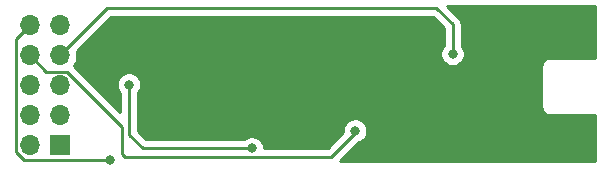
<source format=gbl>
%TF.GenerationSoftware,KiCad,Pcbnew,(5.1.6-0-10_14)*%
%TF.CreationDate,2020-10-24T23:40:29+09:00*%
%TF.ProjectId,teabiscuits_dac_mcp48,74656162-6973-4637-9569-74735f646163,rev?*%
%TF.SameCoordinates,Original*%
%TF.FileFunction,Copper,L2,Bot*%
%TF.FilePolarity,Positive*%
%FSLAX46Y46*%
G04 Gerber Fmt 4.6, Leading zero omitted, Abs format (unit mm)*
G04 Created by KiCad (PCBNEW (5.1.6-0-10_14)) date 2020-10-24 23:40:29*
%MOMM*%
%LPD*%
G01*
G04 APERTURE LIST*
%TA.AperFunction,ComponentPad*%
%ADD10O,1.700000X1.700000*%
%TD*%
%TA.AperFunction,ComponentPad*%
%ADD11R,1.700000X1.700000*%
%TD*%
%TA.AperFunction,ViaPad*%
%ADD12C,0.800000*%
%TD*%
%TA.AperFunction,Conductor*%
%ADD13C,0.250000*%
%TD*%
%TA.AperFunction,Conductor*%
%ADD14C,0.254000*%
%TD*%
G04 APERTURE END LIST*
D10*
%TO.P,J2,10*%
%TO.N,LDAC*%
X131210000Y-106590000D03*
%TO.P,J2,9*%
%TO.N,REF*%
X133750000Y-106590000D03*
%TO.P,J2,8*%
%TO.N,-5V*%
X131210000Y-109130000D03*
%TO.P,J2,7*%
%TO.N,+5V*%
X133750000Y-109130000D03*
%TO.P,J2,6*%
%TO.N,+3V3*%
X131210000Y-111670000D03*
%TO.P,J2,5*%
%TO.N,GND*%
X133750000Y-111670000D03*
%TO.P,J2,4*%
%TO.N,CS*%
X131210000Y-114210000D03*
%TO.P,J2,3*%
%TO.N,Net-(J2-Pad3)*%
X133750000Y-114210000D03*
%TO.P,J2,2*%
%TO.N,SDI*%
X131210000Y-116750000D03*
D11*
%TO.P,J2,1*%
%TO.N,SCK*%
X133750000Y-116750000D03*
%TD*%
D12*
%TO.N,GND*%
X147500000Y-106500000D03*
X137000000Y-109500000D03*
%TO.N,+3V3*%
X150000000Y-117000000D03*
X139595000Y-111595000D03*
%TO.N,+5V*%
X167000000Y-109000000D03*
%TO.N,-5V*%
X158750000Y-115500000D03*
%TO.N,LDAC*%
X138000000Y-118000000D03*
%TD*%
D13*
%TO.N,+3V3*%
X150000000Y-117000000D02*
X140750000Y-117000000D01*
X139595000Y-115845000D02*
X139595000Y-111595000D01*
X140750000Y-117000000D02*
X139595000Y-115845000D01*
%TO.N,+5V*%
X133750000Y-109130000D02*
X137750000Y-105130000D01*
X137750000Y-105130000D02*
X165630000Y-105130000D01*
X167000000Y-106500000D02*
X167000000Y-109000000D01*
X165630000Y-105130000D02*
X167000000Y-106500000D01*
%TO.N,-5V*%
X134314001Y-110494999D02*
X139000000Y-115180998D01*
X132574999Y-110494999D02*
X134314001Y-110494999D01*
X131210000Y-109130000D02*
X132574999Y-110494999D01*
X139000000Y-115180998D02*
X139000000Y-115886410D01*
X139000000Y-115886410D02*
X139000000Y-117500000D01*
X139225001Y-117725001D02*
X156725001Y-117725001D01*
X139000000Y-117500000D02*
X139225001Y-117725001D01*
X158750000Y-115700002D02*
X158750000Y-115500000D01*
X156725001Y-117725001D02*
X158750000Y-115700002D01*
%TO.N,LDAC*%
X130034999Y-117314001D02*
X130034999Y-107765001D01*
X130034999Y-107765001D02*
X131210000Y-106590000D01*
X130720998Y-118000000D02*
X130034999Y-117314001D01*
X138000000Y-118000000D02*
X130720998Y-118000000D01*
%TD*%
D14*
%TO.N,GND*%
G36*
X179090001Y-109315000D02*
G01*
X175233647Y-109315000D01*
X175200000Y-109311686D01*
X175166353Y-109315000D01*
X175065717Y-109324912D01*
X174936594Y-109364081D01*
X174817593Y-109427688D01*
X174713289Y-109513289D01*
X174627688Y-109617593D01*
X174564081Y-109736594D01*
X174524912Y-109865717D01*
X174511686Y-110000000D01*
X174515000Y-110033647D01*
X174515001Y-113466343D01*
X174511686Y-113500000D01*
X174524912Y-113634283D01*
X174564081Y-113763406D01*
X174627688Y-113882407D01*
X174713289Y-113986711D01*
X174817593Y-114072312D01*
X174936594Y-114135919D01*
X175065717Y-114175088D01*
X175166353Y-114185000D01*
X175200000Y-114188314D01*
X175233647Y-114185000D01*
X179090001Y-114185000D01*
X179090000Y-118090000D01*
X157434803Y-118090000D01*
X159024036Y-116500768D01*
X159051898Y-116495226D01*
X159240256Y-116417205D01*
X159409774Y-116303937D01*
X159553937Y-116159774D01*
X159667205Y-115990256D01*
X159745226Y-115801898D01*
X159785000Y-115601939D01*
X159785000Y-115398061D01*
X159745226Y-115198102D01*
X159667205Y-115009744D01*
X159553937Y-114840226D01*
X159409774Y-114696063D01*
X159240256Y-114582795D01*
X159051898Y-114504774D01*
X158851939Y-114465000D01*
X158648061Y-114465000D01*
X158448102Y-114504774D01*
X158259744Y-114582795D01*
X158090226Y-114696063D01*
X157946063Y-114840226D01*
X157832795Y-115009744D01*
X157754774Y-115198102D01*
X157715000Y-115398061D01*
X157715000Y-115601939D01*
X157724666Y-115650534D01*
X156410200Y-116965001D01*
X151035000Y-116965001D01*
X151035000Y-116898061D01*
X150995226Y-116698102D01*
X150917205Y-116509744D01*
X150803937Y-116340226D01*
X150659774Y-116196063D01*
X150490256Y-116082795D01*
X150301898Y-116004774D01*
X150101939Y-115965000D01*
X149898061Y-115965000D01*
X149698102Y-116004774D01*
X149509744Y-116082795D01*
X149340226Y-116196063D01*
X149296289Y-116240000D01*
X141064802Y-116240000D01*
X140355000Y-115530199D01*
X140355000Y-112298711D01*
X140398937Y-112254774D01*
X140512205Y-112085256D01*
X140590226Y-111896898D01*
X140630000Y-111696939D01*
X140630000Y-111493061D01*
X140590226Y-111293102D01*
X140512205Y-111104744D01*
X140398937Y-110935226D01*
X140254774Y-110791063D01*
X140085256Y-110677795D01*
X139896898Y-110599774D01*
X139696939Y-110560000D01*
X139493061Y-110560000D01*
X139293102Y-110599774D01*
X139104744Y-110677795D01*
X138935226Y-110791063D01*
X138791063Y-110935226D01*
X138677795Y-111104744D01*
X138599774Y-111293102D01*
X138560000Y-111493061D01*
X138560000Y-111696939D01*
X138599774Y-111896898D01*
X138677795Y-112085256D01*
X138791063Y-112254774D01*
X138835001Y-112298712D01*
X138835000Y-113941197D01*
X134930295Y-110036492D01*
X135065990Y-109833411D01*
X135177932Y-109563158D01*
X135235000Y-109276260D01*
X135235000Y-108983740D01*
X135191209Y-108763592D01*
X138064802Y-105890000D01*
X165315199Y-105890000D01*
X166240000Y-106814802D01*
X166240001Y-108296288D01*
X166196063Y-108340226D01*
X166082795Y-108509744D01*
X166004774Y-108698102D01*
X165965000Y-108898061D01*
X165965000Y-109101939D01*
X166004774Y-109301898D01*
X166082795Y-109490256D01*
X166196063Y-109659774D01*
X166340226Y-109803937D01*
X166509744Y-109917205D01*
X166698102Y-109995226D01*
X166898061Y-110035000D01*
X167101939Y-110035000D01*
X167301898Y-109995226D01*
X167490256Y-109917205D01*
X167659774Y-109803937D01*
X167803937Y-109659774D01*
X167917205Y-109490256D01*
X167995226Y-109301898D01*
X168035000Y-109101939D01*
X168035000Y-108898061D01*
X167995226Y-108698102D01*
X167917205Y-108509744D01*
X167803937Y-108340226D01*
X167760000Y-108296289D01*
X167760000Y-106537333D01*
X167763677Y-106500000D01*
X167749003Y-106351014D01*
X167705546Y-106207753D01*
X167634974Y-106075724D01*
X167563799Y-105988997D01*
X167540001Y-105959999D01*
X167511004Y-105936202D01*
X166484801Y-104910000D01*
X179090000Y-104910000D01*
X179090001Y-109315000D01*
G37*
X179090001Y-109315000D02*
X175233647Y-109315000D01*
X175200000Y-109311686D01*
X175166353Y-109315000D01*
X175065717Y-109324912D01*
X174936594Y-109364081D01*
X174817593Y-109427688D01*
X174713289Y-109513289D01*
X174627688Y-109617593D01*
X174564081Y-109736594D01*
X174524912Y-109865717D01*
X174511686Y-110000000D01*
X174515000Y-110033647D01*
X174515001Y-113466343D01*
X174511686Y-113500000D01*
X174524912Y-113634283D01*
X174564081Y-113763406D01*
X174627688Y-113882407D01*
X174713289Y-113986711D01*
X174817593Y-114072312D01*
X174936594Y-114135919D01*
X175065717Y-114175088D01*
X175166353Y-114185000D01*
X175200000Y-114188314D01*
X175233647Y-114185000D01*
X179090001Y-114185000D01*
X179090000Y-118090000D01*
X157434803Y-118090000D01*
X159024036Y-116500768D01*
X159051898Y-116495226D01*
X159240256Y-116417205D01*
X159409774Y-116303937D01*
X159553937Y-116159774D01*
X159667205Y-115990256D01*
X159745226Y-115801898D01*
X159785000Y-115601939D01*
X159785000Y-115398061D01*
X159745226Y-115198102D01*
X159667205Y-115009744D01*
X159553937Y-114840226D01*
X159409774Y-114696063D01*
X159240256Y-114582795D01*
X159051898Y-114504774D01*
X158851939Y-114465000D01*
X158648061Y-114465000D01*
X158448102Y-114504774D01*
X158259744Y-114582795D01*
X158090226Y-114696063D01*
X157946063Y-114840226D01*
X157832795Y-115009744D01*
X157754774Y-115198102D01*
X157715000Y-115398061D01*
X157715000Y-115601939D01*
X157724666Y-115650534D01*
X156410200Y-116965001D01*
X151035000Y-116965001D01*
X151035000Y-116898061D01*
X150995226Y-116698102D01*
X150917205Y-116509744D01*
X150803937Y-116340226D01*
X150659774Y-116196063D01*
X150490256Y-116082795D01*
X150301898Y-116004774D01*
X150101939Y-115965000D01*
X149898061Y-115965000D01*
X149698102Y-116004774D01*
X149509744Y-116082795D01*
X149340226Y-116196063D01*
X149296289Y-116240000D01*
X141064802Y-116240000D01*
X140355000Y-115530199D01*
X140355000Y-112298711D01*
X140398937Y-112254774D01*
X140512205Y-112085256D01*
X140590226Y-111896898D01*
X140630000Y-111696939D01*
X140630000Y-111493061D01*
X140590226Y-111293102D01*
X140512205Y-111104744D01*
X140398937Y-110935226D01*
X140254774Y-110791063D01*
X140085256Y-110677795D01*
X139896898Y-110599774D01*
X139696939Y-110560000D01*
X139493061Y-110560000D01*
X139293102Y-110599774D01*
X139104744Y-110677795D01*
X138935226Y-110791063D01*
X138791063Y-110935226D01*
X138677795Y-111104744D01*
X138599774Y-111293102D01*
X138560000Y-111493061D01*
X138560000Y-111696939D01*
X138599774Y-111896898D01*
X138677795Y-112085256D01*
X138791063Y-112254774D01*
X138835001Y-112298712D01*
X138835000Y-113941197D01*
X134930295Y-110036492D01*
X135065990Y-109833411D01*
X135177932Y-109563158D01*
X135235000Y-109276260D01*
X135235000Y-108983740D01*
X135191209Y-108763592D01*
X138064802Y-105890000D01*
X165315199Y-105890000D01*
X166240000Y-106814802D01*
X166240001Y-108296288D01*
X166196063Y-108340226D01*
X166082795Y-108509744D01*
X166004774Y-108698102D01*
X165965000Y-108898061D01*
X165965000Y-109101939D01*
X166004774Y-109301898D01*
X166082795Y-109490256D01*
X166196063Y-109659774D01*
X166340226Y-109803937D01*
X166509744Y-109917205D01*
X166698102Y-109995226D01*
X166898061Y-110035000D01*
X167101939Y-110035000D01*
X167301898Y-109995226D01*
X167490256Y-109917205D01*
X167659774Y-109803937D01*
X167803937Y-109659774D01*
X167917205Y-109490256D01*
X167995226Y-109301898D01*
X168035000Y-109101939D01*
X168035000Y-108898061D01*
X167995226Y-108698102D01*
X167917205Y-108509744D01*
X167803937Y-108340226D01*
X167760000Y-108296289D01*
X167760000Y-106537333D01*
X167763677Y-106500000D01*
X167749003Y-106351014D01*
X167705546Y-106207753D01*
X167634974Y-106075724D01*
X167563799Y-105988997D01*
X167540001Y-105959999D01*
X167511004Y-105936202D01*
X166484801Y-104910000D01*
X179090000Y-104910000D01*
X179090001Y-109315000D01*
G36*
X133877000Y-111543000D02*
G01*
X133897000Y-111543000D01*
X133897000Y-111797000D01*
X133877000Y-111797000D01*
X133877000Y-111817000D01*
X133623000Y-111817000D01*
X133623000Y-111797000D01*
X133603000Y-111797000D01*
X133603000Y-111543000D01*
X133623000Y-111543000D01*
X133623000Y-111523000D01*
X133877000Y-111523000D01*
X133877000Y-111543000D01*
G37*
X133877000Y-111543000D02*
X133897000Y-111543000D01*
X133897000Y-111797000D01*
X133877000Y-111797000D01*
X133877000Y-111817000D01*
X133623000Y-111817000D01*
X133623000Y-111797000D01*
X133603000Y-111797000D01*
X133603000Y-111543000D01*
X133623000Y-111543000D01*
X133623000Y-111523000D01*
X133877000Y-111523000D01*
X133877000Y-111543000D01*
%TD*%
M02*

</source>
